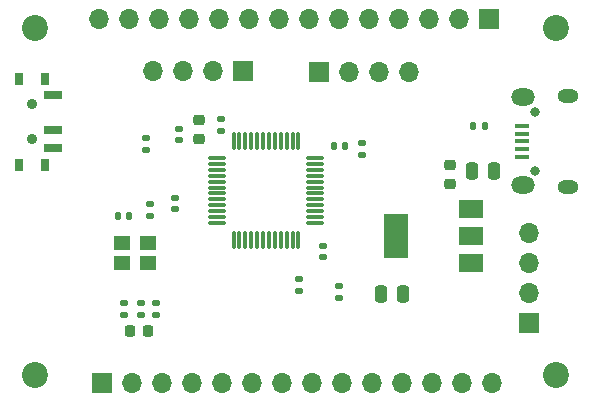
<source format=gbr>
%TF.GenerationSoftware,KiCad,Pcbnew,(7.0.0)*%
%TF.CreationDate,2023-02-16T03:23:41+08:00*%
%TF.ProjectId,STM32F103C8T6_BreakOut_Board,53544d33-3246-4313-9033-433854365f42,rev?*%
%TF.SameCoordinates,Original*%
%TF.FileFunction,Soldermask,Top*%
%TF.FilePolarity,Negative*%
%FSLAX46Y46*%
G04 Gerber Fmt 4.6, Leading zero omitted, Abs format (unit mm)*
G04 Created by KiCad (PCBNEW (7.0.0)) date 2023-02-16 03:23:41*
%MOMM*%
%LPD*%
G01*
G04 APERTURE LIST*
G04 Aperture macros list*
%AMRoundRect*
0 Rectangle with rounded corners*
0 $1 Rounding radius*
0 $2 $3 $4 $5 $6 $7 $8 $9 X,Y pos of 4 corners*
0 Add a 4 corners polygon primitive as box body*
4,1,4,$2,$3,$4,$5,$6,$7,$8,$9,$2,$3,0*
0 Add four circle primitives for the rounded corners*
1,1,$1+$1,$2,$3*
1,1,$1+$1,$4,$5*
1,1,$1+$1,$6,$7*
1,1,$1+$1,$8,$9*
0 Add four rect primitives between the rounded corners*
20,1,$1+$1,$2,$3,$4,$5,0*
20,1,$1+$1,$4,$5,$6,$7,0*
20,1,$1+$1,$6,$7,$8,$9,0*
20,1,$1+$1,$8,$9,$2,$3,0*%
G04 Aperture macros list end*
%ADD10R,1.700000X1.700000*%
%ADD11O,1.700000X1.700000*%
%ADD12RoundRect,0.250000X-0.250000X-0.475000X0.250000X-0.475000X0.250000X0.475000X-0.250000X0.475000X0*%
%ADD13RoundRect,0.140000X-0.170000X0.140000X-0.170000X-0.140000X0.170000X-0.140000X0.170000X0.140000X0*%
%ADD14C,2.200000*%
%ADD15R,2.000000X1.500000*%
%ADD16R,2.000000X3.800000*%
%ADD17R,1.400000X1.200000*%
%ADD18R,0.800000X1.000000*%
%ADD19C,0.900000*%
%ADD20R,1.500000X0.700000*%
%ADD21RoundRect,0.140000X-0.140000X-0.170000X0.140000X-0.170000X0.140000X0.170000X-0.140000X0.170000X0*%
%ADD22RoundRect,0.140000X0.170000X-0.140000X0.170000X0.140000X-0.170000X0.140000X-0.170000X-0.140000X0*%
%ADD23RoundRect,0.135000X-0.185000X0.135000X-0.185000X-0.135000X0.185000X-0.135000X0.185000X0.135000X0*%
%ADD24RoundRect,0.218750X-0.256250X0.218750X-0.256250X-0.218750X0.256250X-0.218750X0.256250X0.218750X0*%
%ADD25RoundRect,0.075000X-0.662500X-0.075000X0.662500X-0.075000X0.662500X0.075000X-0.662500X0.075000X0*%
%ADD26RoundRect,0.075000X-0.075000X-0.662500X0.075000X-0.662500X0.075000X0.662500X-0.075000X0.662500X0*%
%ADD27RoundRect,0.218750X0.218750X0.256250X-0.218750X0.256250X-0.218750X-0.256250X0.218750X-0.256250X0*%
%ADD28RoundRect,0.225000X0.250000X-0.225000X0.250000X0.225000X-0.250000X0.225000X-0.250000X-0.225000X0*%
%ADD29O,0.800000X0.800000*%
%ADD30R,1.300000X0.450000*%
%ADD31O,1.800000X1.150000*%
%ADD32O,2.000000X1.450000*%
%ADD33RoundRect,0.135000X0.185000X-0.135000X0.185000X0.135000X-0.185000X0.135000X-0.185000X-0.135000X0*%
%ADD34RoundRect,0.135000X0.135000X0.185000X-0.135000X0.185000X-0.135000X-0.185000X0.135000X-0.185000X0*%
G04 APERTURE END LIST*
D10*
%TO.C,J5*%
X147329999Y-82969999D03*
D11*
X149869999Y-82969999D03*
X152409999Y-82969999D03*
X154949999Y-82969999D03*
%TD*%
D10*
%TO.C,J3*%
X165119999Y-104239999D03*
D11*
X165119999Y-101699999D03*
X165119999Y-99159999D03*
X165119999Y-96619999D03*
%TD*%
D12*
%TO.C,C13*%
X160250000Y-91380000D03*
X162150000Y-91380000D03*
%TD*%
D13*
%TO.C,C4*%
X147650000Y-97710000D03*
X147650000Y-98670000D03*
%TD*%
D14*
%TO.C,H1*%
X167400000Y-79260000D03*
%TD*%
D15*
%TO.C,U2*%
X160149999Y-99159999D03*
X160149999Y-96859999D03*
D16*
X153849999Y-96859999D03*
D15*
X160149999Y-94559999D03*
%TD*%
D17*
%TO.C,Y1*%
X130619999Y-99159999D03*
X132819999Y-99159999D03*
X132819999Y-97459999D03*
X130619999Y-97459999D03*
%TD*%
D18*
%TO.C,SW1*%
X124094999Y-83549999D03*
X121884999Y-83549999D03*
D19*
X122985000Y-85700000D03*
X122985000Y-88700000D03*
D18*
X124094999Y-90849999D03*
X121884999Y-90849999D03*
D20*
X124744999Y-84949999D03*
X124744999Y-87949999D03*
X124744999Y-89449999D03*
%TD*%
D21*
%TO.C,C3*%
X148540000Y-89230000D03*
X149500000Y-89230000D03*
%TD*%
D22*
%TO.C,C9*%
X130765000Y-103542500D03*
X130765000Y-102582500D03*
%TD*%
D23*
%TO.C,R1*%
X132660000Y-88600000D03*
X132660000Y-89620000D03*
%TD*%
D24*
%TO.C,D1*%
X158390000Y-90882500D03*
X158390000Y-92457500D03*
%TD*%
D25*
%TO.C,U1*%
X138647500Y-90280000D03*
X138647500Y-90780000D03*
X138647500Y-91280000D03*
X138647500Y-91780000D03*
X138647500Y-92280000D03*
X138647500Y-92780000D03*
X138647500Y-93280000D03*
X138647500Y-93780000D03*
X138647500Y-94280000D03*
X138647500Y-94780000D03*
X138647500Y-95280000D03*
X138647500Y-95780000D03*
D26*
X140060000Y-97192500D03*
X140560000Y-97192500D03*
X141060000Y-97192500D03*
X141560000Y-97192500D03*
X142060000Y-97192500D03*
X142560000Y-97192500D03*
X143060000Y-97192500D03*
X143560000Y-97192500D03*
X144060000Y-97192500D03*
X144560000Y-97192500D03*
X145060000Y-97192500D03*
X145560000Y-97192500D03*
D25*
X146972500Y-95780000D03*
X146972500Y-95280000D03*
X146972500Y-94780000D03*
X146972500Y-94280000D03*
X146972500Y-93780000D03*
X146972500Y-93280000D03*
X146972500Y-92780000D03*
X146972500Y-92280000D03*
X146972500Y-91780000D03*
X146972500Y-91280000D03*
X146972500Y-90780000D03*
X146972500Y-90280000D03*
D26*
X145560000Y-88867500D03*
X145060000Y-88867500D03*
X144560000Y-88867500D03*
X144060000Y-88867500D03*
X143560000Y-88867500D03*
X143060000Y-88867500D03*
X142560000Y-88867500D03*
X142060000Y-88867500D03*
X141560000Y-88867500D03*
X141060000Y-88867500D03*
X140560000Y-88867500D03*
X140060000Y-88867500D03*
%TD*%
D13*
%TO.C,C12*%
X133000000Y-94200000D03*
X133000000Y-95160000D03*
%TD*%
D27*
%TO.C,FB1*%
X132840000Y-104922500D03*
X131265000Y-104922500D03*
%TD*%
D14*
%TO.C,H3*%
X123250000Y-79260000D03*
%TD*%
D22*
%TO.C,C5*%
X135410000Y-88760000D03*
X135410000Y-87800000D03*
%TD*%
D28*
%TO.C,C6*%
X137170000Y-88650000D03*
X137170000Y-87100000D03*
%TD*%
D13*
%TO.C,C10*%
X135090000Y-93660000D03*
X135090000Y-94620000D03*
%TD*%
D14*
%TO.C,H4*%
X123250000Y-108690000D03*
%TD*%
D23*
%TO.C,R2*%
X150970000Y-89010000D03*
X150970000Y-90030000D03*
%TD*%
D14*
%TO.C,H2*%
X167400000Y-108690000D03*
%TD*%
D10*
%TO.C,J6*%
X161679999Y-78549999D03*
D11*
X159139999Y-78549999D03*
X156599999Y-78549999D03*
X154059999Y-78549999D03*
X151519999Y-78549999D03*
X148979999Y-78549999D03*
X146439999Y-78549999D03*
X143899999Y-78549999D03*
X141359999Y-78549999D03*
X138819999Y-78549999D03*
X136279999Y-78549999D03*
X133739999Y-78549999D03*
X131199999Y-78549999D03*
X128659999Y-78549999D03*
%TD*%
D29*
%TO.C,J1*%
X165625330Y-91380330D03*
X165625330Y-86380330D03*
D30*
X164525330Y-90180330D03*
X164525330Y-89530330D03*
X164525330Y-88880330D03*
X164525330Y-88230330D03*
X164525330Y-87580330D03*
D31*
X168375330Y-92755330D03*
D32*
X164575330Y-92605330D03*
X164575330Y-85155330D03*
D31*
X168375330Y-85005330D03*
%TD*%
D33*
%TO.C,R5*%
X149000000Y-102170000D03*
X149000000Y-101150000D03*
%TD*%
D22*
%TO.C,C1*%
X139040000Y-87960000D03*
X139040000Y-87000000D03*
%TD*%
D23*
%TO.C,R4*%
X145640000Y-100530000D03*
X145640000Y-101550000D03*
%TD*%
D12*
%TO.C,C14*%
X152510000Y-101830000D03*
X154410000Y-101830000D03*
%TD*%
D22*
%TO.C,C7*%
X133485000Y-103552500D03*
X133485000Y-102592500D03*
%TD*%
D10*
%TO.C,J4*%
X128929999Y-109359999D03*
D11*
X131469999Y-109359999D03*
X134009999Y-109359999D03*
X136549999Y-109359999D03*
X139089999Y-109359999D03*
X141629999Y-109359999D03*
X144169999Y-109359999D03*
X146709999Y-109359999D03*
X149249999Y-109359999D03*
X151789999Y-109359999D03*
X154329999Y-109359999D03*
X156869999Y-109359999D03*
X159409999Y-109359999D03*
X161949999Y-109359999D03*
%TD*%
D34*
%TO.C,R3*%
X161320000Y-87610000D03*
X160300000Y-87610000D03*
%TD*%
D21*
%TO.C,C11*%
X130280000Y-95210000D03*
X131240000Y-95210000D03*
%TD*%
D22*
%TO.C,C8*%
X132235000Y-103542500D03*
X132235000Y-102582500D03*
%TD*%
D10*
%TO.C,J2*%
X140829999Y-82899999D03*
D11*
X138289999Y-82899999D03*
X135749999Y-82899999D03*
X133209999Y-82899999D03*
%TD*%
M02*

</source>
